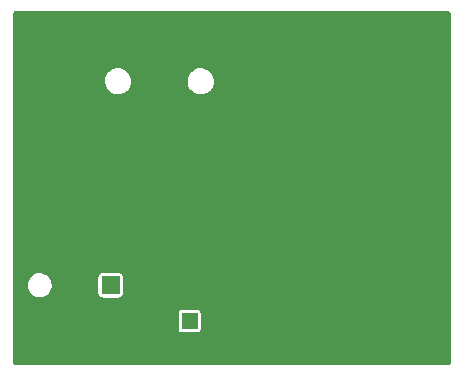
<source format=gbr>
%TF.GenerationSoftware,KiCad,Pcbnew,(6.0.9)*%
%TF.CreationDate,2022-12-23T11:03:20+01:00*%
%TF.ProjectId,FM_Transmitter,464d5f54-7261-46e7-936d-69747465722e,rev?*%
%TF.SameCoordinates,Original*%
%TF.FileFunction,Copper,L2,Bot*%
%TF.FilePolarity,Positive*%
%FSLAX46Y46*%
G04 Gerber Fmt 4.6, Leading zero omitted, Abs format (unit mm)*
G04 Created by KiCad (PCBNEW (6.0.9)) date 2022-12-23 11:03:20*
%MOMM*%
%LPD*%
G01*
G04 APERTURE LIST*
G04 Aperture macros list*
%AMRoundRect*
0 Rectangle with rounded corners*
0 $1 Rounding radius*
0 $2 $3 $4 $5 $6 $7 $8 $9 X,Y pos of 4 corners*
0 Add a 4 corners polygon primitive as box body*
4,1,4,$2,$3,$4,$5,$6,$7,$8,$9,$2,$3,0*
0 Add four circle primitives for the rounded corners*
1,1,$1+$1,$2,$3*
1,1,$1+$1,$4,$5*
1,1,$1+$1,$6,$7*
1,1,$1+$1,$8,$9*
0 Add four rect primitives between the rounded corners*
20,1,$1+$1,$2,$3,$4,$5,0*
20,1,$1+$1,$4,$5,$6,$7,0*
20,1,$1+$1,$6,$7,$8,$9,0*
20,1,$1+$1,$8,$9,$2,$3,0*%
G04 Aperture macros list end*
%TA.AperFunction,ComponentPad*%
%ADD10C,3.800000*%
%TD*%
%TA.AperFunction,ComponentPad*%
%ADD11RoundRect,0.250000X-0.550000X0.550000X-0.550000X-0.550000X0.550000X-0.550000X0.550000X0.550000X0*%
%TD*%
%TA.AperFunction,ComponentPad*%
%ADD12R,1.350000X1.350000*%
%TD*%
%TA.AperFunction,ComponentPad*%
%ADD13O,1.350000X1.350000*%
%TD*%
%TA.AperFunction,ViaPad*%
%ADD14C,0.400000*%
%TD*%
G04 APERTURE END LIST*
D10*
%TO.P,H4,1,1*%
%TO.N,GND*%
X67424212Y-103714415D03*
%TD*%
%TO.P,H3,1,1*%
%TO.N,GND*%
X100289946Y-77991806D03*
%TD*%
D11*
%TO.P,AE1,1,A*%
%TO.N,Net-(AE1-Pad1)*%
X73587000Y-99060000D03*
%TD*%
D12*
%TO.P,J2,1,Pin_1*%
%TO.N,+5V*%
X80264000Y-102108000D03*
D13*
%TO.P,J2,2,Pin_2*%
%TO.N,GND*%
X82264000Y-102108000D03*
%TD*%
D14*
%TO.N,GND*%
X80264000Y-92964000D03*
X86868000Y-93472000D03*
X86796518Y-91809100D03*
X98276466Y-84767282D03*
X85852000Y-93472000D03*
X78740000Y-96012000D03*
X86907638Y-90058963D03*
X96850428Y-84767282D03*
X81788000Y-94488000D03*
X98276466Y-81822608D03*
X93850193Y-85693281D03*
X99758063Y-85563641D03*
X83312000Y-98044000D03*
X79248000Y-94488000D03*
X94961391Y-85563641D03*
X86127367Y-87841597D03*
X89916000Y-85344000D03*
X83601824Y-89808943D03*
X88905362Y-85748841D03*
X83820000Y-93472000D03*
X79756000Y-92456000D03*
X87053365Y-86785959D03*
X81788000Y-96520000D03*
X91204801Y-81785568D03*
X99628423Y-83470885D03*
X90932000Y-83312000D03*
X84836000Y-93472000D03*
X91961157Y-85174722D03*
X82042000Y-95565407D03*
%TD*%
%TA.AperFunction,Conductor*%
%TO.N,GND*%
G36*
X102303621Y-75896077D02*
G01*
X102350114Y-75949733D01*
X102361500Y-76002075D01*
X102361500Y-105667042D01*
X102341498Y-105735163D01*
X102287842Y-105781656D01*
X102235500Y-105793042D01*
X65471586Y-105793042D01*
X65403465Y-105773040D01*
X65356972Y-105719384D01*
X65345586Y-105667042D01*
X65345586Y-101407933D01*
X79334500Y-101407933D01*
X79334501Y-102808066D01*
X79349266Y-102882301D01*
X79405516Y-102966484D01*
X79489699Y-103022734D01*
X79563933Y-103037500D01*
X80263886Y-103037500D01*
X80964066Y-103037499D01*
X80999818Y-103030388D01*
X81026126Y-103025156D01*
X81026128Y-103025155D01*
X81038301Y-103022734D01*
X81048621Y-103015839D01*
X81048622Y-103015838D01*
X81112168Y-102973377D01*
X81122484Y-102966484D01*
X81178734Y-102882301D01*
X81193500Y-102808067D01*
X81193499Y-101407934D01*
X81178734Y-101333699D01*
X81122484Y-101249516D01*
X81038301Y-101193266D01*
X80964067Y-101178500D01*
X80264114Y-101178500D01*
X79563934Y-101178501D01*
X79528182Y-101185612D01*
X79501874Y-101190844D01*
X79501872Y-101190845D01*
X79489699Y-101193266D01*
X79479379Y-101200161D01*
X79479378Y-101200162D01*
X79418985Y-101240516D01*
X79405516Y-101249516D01*
X79349266Y-101333699D01*
X79334500Y-101407933D01*
X65345586Y-101407933D01*
X65345586Y-99109323D01*
X66578525Y-99109323D01*
X66609041Y-99311097D01*
X66679506Y-99502615D01*
X66787041Y-99676051D01*
X66927254Y-99824323D01*
X66932484Y-99827985D01*
X66932485Y-99827986D01*
X67024180Y-99892191D01*
X67094418Y-99941372D01*
X67281703Y-100022418D01*
X67481460Y-100064149D01*
X67486300Y-100064403D01*
X67486303Y-100064403D01*
X67486359Y-100064406D01*
X67488158Y-100064500D01*
X67637997Y-100064500D01*
X67711136Y-100057071D01*
X67783676Y-100049703D01*
X67783678Y-100049703D01*
X67790024Y-100049058D01*
X67984755Y-99988033D01*
X68016559Y-99970404D01*
X68157658Y-99892191D01*
X68163238Y-99889098D01*
X68318182Y-99756295D01*
X68394617Y-99657756D01*
X72532500Y-99657756D01*
X72532869Y-99661152D01*
X72532869Y-99661153D01*
X72534488Y-99676051D01*
X72539202Y-99719448D01*
X72589929Y-99854764D01*
X72595309Y-99861943D01*
X72595311Y-99861946D01*
X72652092Y-99937708D01*
X72676596Y-99970404D01*
X72683776Y-99975785D01*
X72785054Y-100051689D01*
X72785057Y-100051691D01*
X72792236Y-100057071D01*
X72881954Y-100090704D01*
X72920157Y-100105026D01*
X72920159Y-100105026D01*
X72927552Y-100107798D01*
X72935402Y-100108651D01*
X72935403Y-100108651D01*
X72985847Y-100114131D01*
X72989244Y-100114500D01*
X74184756Y-100114500D01*
X74188153Y-100114131D01*
X74238597Y-100108651D01*
X74238598Y-100108651D01*
X74246448Y-100107798D01*
X74253841Y-100105026D01*
X74253843Y-100105026D01*
X74292046Y-100090704D01*
X74381764Y-100057071D01*
X74388943Y-100051691D01*
X74388946Y-100051689D01*
X74490224Y-99975785D01*
X74497404Y-99970404D01*
X74521908Y-99937708D01*
X74578689Y-99861946D01*
X74578691Y-99861943D01*
X74584071Y-99854764D01*
X74634798Y-99719448D01*
X74639513Y-99676051D01*
X74641131Y-99661153D01*
X74641131Y-99661152D01*
X74641500Y-99657756D01*
X74641500Y-98462244D01*
X74640102Y-98449378D01*
X74635651Y-98408403D01*
X74635651Y-98408402D01*
X74634798Y-98400552D01*
X74584071Y-98265236D01*
X74578691Y-98258057D01*
X74578689Y-98258054D01*
X74502785Y-98156776D01*
X74497404Y-98149596D01*
X74471332Y-98130056D01*
X74388946Y-98068311D01*
X74388943Y-98068309D01*
X74381764Y-98062929D01*
X74292046Y-98029296D01*
X74253843Y-98014974D01*
X74253841Y-98014974D01*
X74246448Y-98012202D01*
X74238598Y-98011349D01*
X74238597Y-98011349D01*
X74188153Y-98005869D01*
X74188152Y-98005869D01*
X74184756Y-98005500D01*
X72989244Y-98005500D01*
X72985848Y-98005869D01*
X72985847Y-98005869D01*
X72935403Y-98011349D01*
X72935402Y-98011349D01*
X72927552Y-98012202D01*
X72920159Y-98014974D01*
X72920157Y-98014974D01*
X72881954Y-98029296D01*
X72792236Y-98062929D01*
X72785057Y-98068309D01*
X72785054Y-98068311D01*
X72702668Y-98130056D01*
X72676596Y-98149596D01*
X72671215Y-98156776D01*
X72595311Y-98258054D01*
X72595309Y-98258057D01*
X72589929Y-98265236D01*
X72539202Y-98400552D01*
X72538349Y-98408402D01*
X72538349Y-98408403D01*
X72533898Y-98449378D01*
X72532500Y-98462244D01*
X72532500Y-99657756D01*
X68394617Y-99657756D01*
X68443257Y-99595049D01*
X68456994Y-99567132D01*
X68530540Y-99417668D01*
X68530542Y-99417663D01*
X68533355Y-99411946D01*
X68584794Y-99214467D01*
X68595475Y-99010677D01*
X68564959Y-98808903D01*
X68494494Y-98617385D01*
X68386959Y-98443949D01*
X68246746Y-98295677D01*
X68154238Y-98230902D01*
X68084815Y-98182292D01*
X68084814Y-98182291D01*
X68079582Y-98178628D01*
X67892297Y-98097582D01*
X67692540Y-98055851D01*
X67687700Y-98055597D01*
X67687697Y-98055597D01*
X67687641Y-98055594D01*
X67685842Y-98055500D01*
X67536003Y-98055500D01*
X67493876Y-98059779D01*
X67390324Y-98070297D01*
X67390322Y-98070297D01*
X67383976Y-98070942D01*
X67189245Y-98131967D01*
X67183656Y-98135065D01*
X67144488Y-98156776D01*
X67010762Y-98230902D01*
X66855818Y-98363705D01*
X66730743Y-98524951D01*
X66727928Y-98530672D01*
X66643460Y-98702332D01*
X66643458Y-98702337D01*
X66640645Y-98708054D01*
X66589206Y-98905533D01*
X66578525Y-99109323D01*
X65345586Y-99109323D01*
X65345586Y-81733800D01*
X73099801Y-81733800D01*
X73109545Y-81944333D01*
X73158924Y-82149226D01*
X73246157Y-82341084D01*
X73368096Y-82512986D01*
X73520340Y-82658728D01*
X73525375Y-82661979D01*
X73692360Y-82769800D01*
X73692363Y-82769801D01*
X73697397Y-82773052D01*
X73892878Y-82851834D01*
X74015688Y-82875817D01*
X74095283Y-82891361D01*
X74095286Y-82891361D01*
X74099729Y-82892229D01*
X74105270Y-82892500D01*
X74260659Y-82892500D01*
X74417806Y-82877507D01*
X74620042Y-82818177D01*
X74703304Y-82775294D01*
X74802079Y-82724422D01*
X74802082Y-82724420D01*
X74807410Y-82721676D01*
X74883408Y-82661979D01*
X74968432Y-82595192D01*
X74968436Y-82595188D01*
X74973149Y-82591486D01*
X75037674Y-82517128D01*
X75107350Y-82436835D01*
X75107354Y-82436830D01*
X75111281Y-82432304D01*
X75216819Y-82249874D01*
X75285957Y-82050778D01*
X75316199Y-81842200D01*
X75311182Y-81733800D01*
X80099801Y-81733800D01*
X80109545Y-81944333D01*
X80158924Y-82149226D01*
X80246157Y-82341084D01*
X80368096Y-82512986D01*
X80520340Y-82658728D01*
X80525375Y-82661979D01*
X80692360Y-82769800D01*
X80692363Y-82769801D01*
X80697397Y-82773052D01*
X80892878Y-82851834D01*
X81015688Y-82875817D01*
X81095283Y-82891361D01*
X81095286Y-82891361D01*
X81099729Y-82892229D01*
X81105270Y-82892500D01*
X81260659Y-82892500D01*
X81417806Y-82877507D01*
X81620042Y-82818177D01*
X81703304Y-82775294D01*
X81802079Y-82724422D01*
X81802082Y-82724420D01*
X81807410Y-82721676D01*
X81883408Y-82661979D01*
X81968432Y-82595192D01*
X81968436Y-82595188D01*
X81973149Y-82591486D01*
X82037674Y-82517128D01*
X82107350Y-82436835D01*
X82107354Y-82436830D01*
X82111281Y-82432304D01*
X82216819Y-82249874D01*
X82285957Y-82050778D01*
X82316199Y-81842200D01*
X82306455Y-81631667D01*
X82282233Y-81531158D01*
X82258482Y-81432607D01*
X82258481Y-81432605D01*
X82257076Y-81426774D01*
X82169843Y-81234916D01*
X82047904Y-81063014D01*
X81895660Y-80917272D01*
X81793918Y-80851578D01*
X81723640Y-80806200D01*
X81723637Y-80806199D01*
X81718603Y-80802948D01*
X81523122Y-80724166D01*
X81388739Y-80697923D01*
X81320717Y-80684639D01*
X81320714Y-80684639D01*
X81316271Y-80683771D01*
X81310730Y-80683500D01*
X81155341Y-80683500D01*
X80998194Y-80698493D01*
X80795958Y-80757823D01*
X80790619Y-80760573D01*
X80613921Y-80851578D01*
X80613918Y-80851580D01*
X80608590Y-80854324D01*
X80603875Y-80858028D01*
X80447568Y-80980808D01*
X80447564Y-80980812D01*
X80442851Y-80984514D01*
X80438920Y-80989044D01*
X80438919Y-80989045D01*
X80308650Y-81139165D01*
X80308646Y-81139170D01*
X80304719Y-81143696D01*
X80199181Y-81326126D01*
X80130043Y-81525222D01*
X80099801Y-81733800D01*
X75311182Y-81733800D01*
X75306455Y-81631667D01*
X75282233Y-81531158D01*
X75258482Y-81432607D01*
X75258481Y-81432605D01*
X75257076Y-81426774D01*
X75169843Y-81234916D01*
X75047904Y-81063014D01*
X74895660Y-80917272D01*
X74793918Y-80851578D01*
X74723640Y-80806200D01*
X74723637Y-80806199D01*
X74718603Y-80802948D01*
X74523122Y-80724166D01*
X74388739Y-80697923D01*
X74320717Y-80684639D01*
X74320714Y-80684639D01*
X74316271Y-80683771D01*
X74310730Y-80683500D01*
X74155341Y-80683500D01*
X73998194Y-80698493D01*
X73795958Y-80757823D01*
X73790619Y-80760573D01*
X73613921Y-80851578D01*
X73613918Y-80851580D01*
X73608590Y-80854324D01*
X73603875Y-80858028D01*
X73447568Y-80980808D01*
X73447564Y-80980812D01*
X73442851Y-80984514D01*
X73438920Y-80989044D01*
X73438919Y-80989045D01*
X73308650Y-81139165D01*
X73308646Y-81139170D01*
X73304719Y-81143696D01*
X73199181Y-81326126D01*
X73130043Y-81525222D01*
X73099801Y-81733800D01*
X65345586Y-81733800D01*
X65345586Y-76002075D01*
X65365588Y-75933954D01*
X65419244Y-75887461D01*
X65471586Y-75876075D01*
X102235500Y-75876075D01*
X102303621Y-75896077D01*
G37*
%TD.AperFunction*%
%TD*%
M02*

</source>
